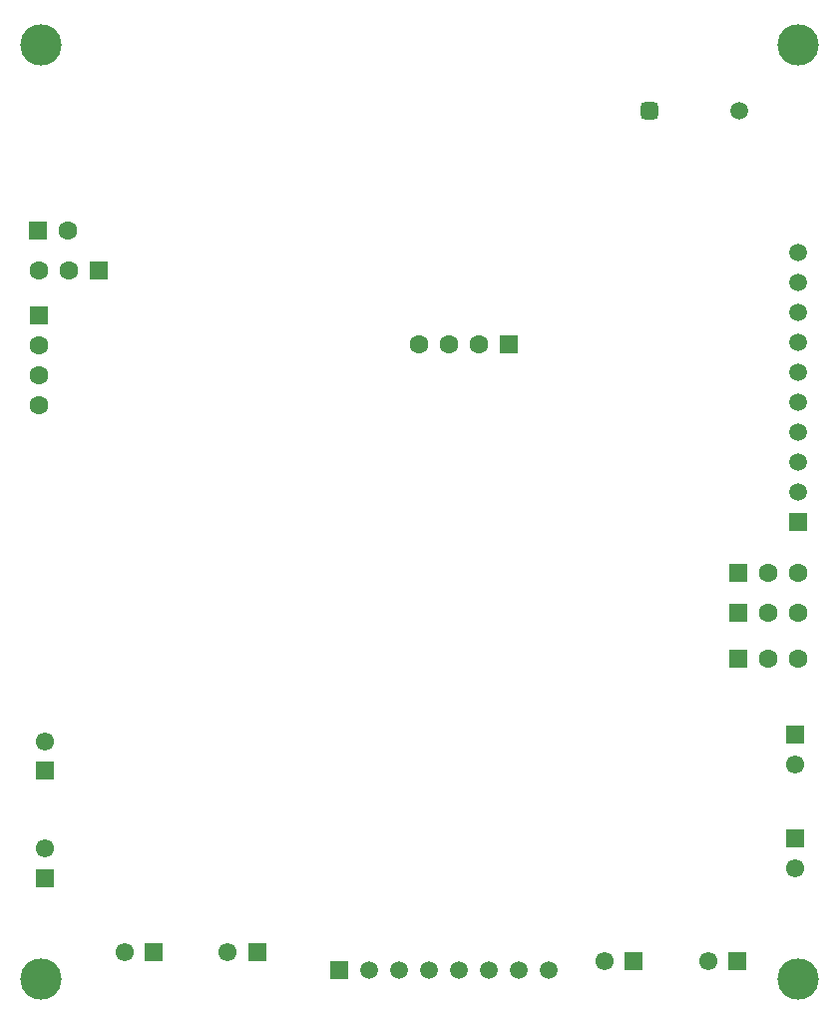
<source format=gbr>
G04*
G04 #@! TF.GenerationSoftware,Altium Limited,Altium Designer,22.9.1 (49)*
G04*
G04 Layer_Color=255*
%FSTAX24Y24*%
%MOIN*%
G70*
G04*
G04 #@! TF.SameCoordinates,D3726A14-7932-4F0B-9928-97F3702F6CAB*
G04*
G04*
G04 #@! TF.FilePolarity,Positive*
G04*
G01*
G75*
%ADD53C,0.0610*%
%ADD54R,0.0610X0.0610*%
%ADD55R,0.0610X0.0610*%
G04:AMPARAMS|DCode=65|XSize=59.1mil|YSize=59.1mil|CornerRadius=14.8mil|HoleSize=0mil|Usage=FLASHONLY|Rotation=0.000|XOffset=0mil|YOffset=0mil|HoleType=Round|Shape=RoundedRectangle|*
%AMROUNDEDRECTD65*
21,1,0.0591,0.0295,0,0,0.0*
21,1,0.0295,0.0591,0,0,0.0*
1,1,0.0295,0.0148,-0.0148*
1,1,0.0295,-0.0148,-0.0148*
1,1,0.0295,-0.0148,0.0148*
1,1,0.0295,0.0148,0.0148*
%
%ADD65ROUNDEDRECTD65*%
%ADD66C,0.0591*%
%ADD67C,0.1380*%
%ADD68R,0.0630X0.0630*%
%ADD69C,0.0630*%
%ADD70C,0.0598*%
%ADD71R,0.0598X0.0598*%
%ADD72R,0.0598X0.0598*%
%ADD73R,0.0630X0.0630*%
D53*
X0262Y00465D02*
D03*
X01984Y00155D02*
D03*
X023296D02*
D03*
X0262Y008116D02*
D03*
X007256Y00185D02*
D03*
X0038D02*
D03*
X00115Y0053D02*
D03*
Y008884D02*
D03*
D54*
X0262Y005634D02*
D03*
Y0091D02*
D03*
X00115Y004316D02*
D03*
Y0079D02*
D03*
D55*
X020824Y00155D02*
D03*
X02428D02*
D03*
X008241Y00185D02*
D03*
X004784D02*
D03*
D65*
X021334Y029938D02*
D03*
D66*
X024334D02*
D03*
D67*
X0263Y03215D02*
D03*
X001D02*
D03*
Y00095D02*
D03*
X0263D02*
D03*
D68*
X0243Y01165D02*
D03*
X01665Y02215D02*
D03*
X0243Y0145D02*
D03*
X00295Y0246D02*
D03*
X0009Y025936D02*
D03*
X0243Y013164D02*
D03*
D69*
X0253Y01165D02*
D03*
X0263D02*
D03*
X01365Y02215D02*
D03*
X01465D02*
D03*
X01565D02*
D03*
X00095Y0201D02*
D03*
Y0211D02*
D03*
Y0221D02*
D03*
X0253Y0145D02*
D03*
X0263D02*
D03*
X00195Y0246D02*
D03*
X00095D02*
D03*
X0019Y025936D02*
D03*
X0253Y013164D02*
D03*
X0263D02*
D03*
D70*
X01796Y00125D02*
D03*
X01696D02*
D03*
X01296D02*
D03*
X01196D02*
D03*
X01396D02*
D03*
X01496D02*
D03*
X01596D02*
D03*
X0263Y022204D02*
D03*
Y018204D02*
D03*
Y017204D02*
D03*
Y019204D02*
D03*
Y020204D02*
D03*
Y021204D02*
D03*
Y023204D02*
D03*
Y024204D02*
D03*
Y025204D02*
D03*
D71*
X01096Y00125D02*
D03*
D72*
X0263Y016204D02*
D03*
D73*
X00095Y0231D02*
D03*
M02*

</source>
